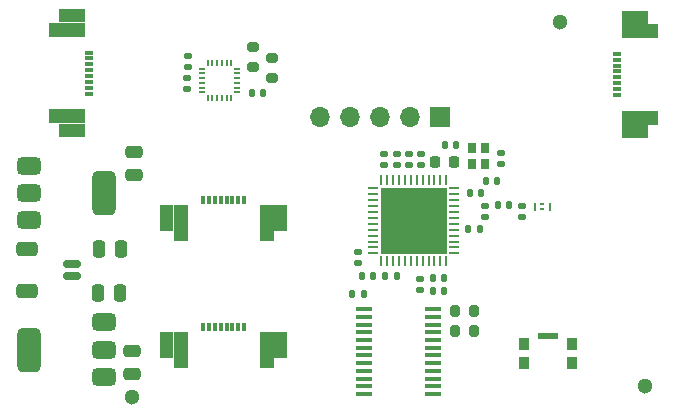
<source format=gbr>
%TF.GenerationSoftware,KiCad,Pcbnew,8.0.6*%
%TF.CreationDate,2024-11-26T20:51:27-05:00*%
%TF.ProjectId,pb_mobo_final,70625f6d-6f62-46f5-9f66-696e616c2e6b,rev?*%
%TF.SameCoordinates,Original*%
%TF.FileFunction,Soldermask,Top*%
%TF.FilePolarity,Negative*%
%FSLAX46Y46*%
G04 Gerber Fmt 4.6, Leading zero omitted, Abs format (unit mm)*
G04 Created by KiCad (PCBNEW 8.0.6) date 2024-11-26 20:51:27*
%MOMM*%
%LPD*%
G01*
G04 APERTURE LIST*
G04 Aperture macros list*
%AMRoundRect*
0 Rectangle with rounded corners*
0 $1 Rounding radius*
0 $2 $3 $4 $5 $6 $7 $8 $9 X,Y pos of 4 corners*
0 Add a 4 corners polygon primitive as box body*
4,1,4,$2,$3,$4,$5,$6,$7,$8,$9,$2,$3,0*
0 Add four circle primitives for the rounded corners*
1,1,$1+$1,$2,$3*
1,1,$1+$1,$4,$5*
1,1,$1+$1,$6,$7*
1,1,$1+$1,$8,$9*
0 Add four rect primitives between the rounded corners*
20,1,$1+$1,$2,$3,$4,$5,0*
20,1,$1+$1,$4,$5,$6,$7,0*
20,1,$1+$1,$6,$7,$8,$9,0*
20,1,$1+$1,$8,$9,$2,$3,0*%
G04 Aperture macros list end*
%ADD10C,0.000000*%
%ADD11C,1.300000*%
%ADD12RoundRect,0.050000X-0.050000X0.225000X-0.050000X-0.225000X0.050000X-0.225000X0.050000X0.225000X0*%
%ADD13RoundRect,0.050000X-0.225000X-0.050000X0.225000X-0.050000X0.225000X0.050000X-0.225000X0.050000X0*%
%ADD14RoundRect,0.250000X-0.250000X-0.475000X0.250000X-0.475000X0.250000X0.475000X-0.250000X0.475000X0*%
%ADD15RoundRect,0.140000X0.170000X-0.140000X0.170000X0.140000X-0.170000X0.140000X-0.170000X-0.140000X0*%
%ADD16RoundRect,0.140000X-0.170000X0.140000X-0.170000X-0.140000X0.170000X-0.140000X0.170000X0.140000X0*%
%ADD17RoundRect,0.140000X-0.140000X-0.170000X0.140000X-0.170000X0.140000X0.170000X-0.140000X0.170000X0*%
%ADD18RoundRect,0.375000X-0.625000X-0.375000X0.625000X-0.375000X0.625000X0.375000X-0.625000X0.375000X0*%
%ADD19RoundRect,0.500000X-0.500000X-1.400000X0.500000X-1.400000X0.500000X1.400000X-0.500000X1.400000X0*%
%ADD20R,1.700000X1.700000*%
%ADD21O,1.700000X1.700000*%
%ADD22RoundRect,0.200000X0.275000X-0.200000X0.275000X0.200000X-0.275000X0.200000X-0.275000X-0.200000X0*%
%ADD23R,3.049999X1.300000*%
%ADD24R,0.800000X0.300000*%
%ADD25R,0.300000X0.800000*%
%ADD26R,1.300000X3.049999*%
%ADD27RoundRect,0.150000X-0.625000X0.150000X-0.625000X-0.150000X0.625000X-0.150000X0.625000X0.150000X0*%
%ADD28RoundRect,0.250000X-0.650000X0.350000X-0.650000X-0.350000X0.650000X-0.350000X0.650000X0.350000X0*%
%ADD29RoundRect,0.200000X0.200000X0.275000X-0.200000X0.275000X-0.200000X-0.275000X0.200000X-0.275000X0*%
%ADD30RoundRect,0.225000X-0.225000X-0.250000X0.225000X-0.250000X0.225000X0.250000X-0.225000X0.250000X0*%
%ADD31R,0.900000X1.000000*%
%ADD32R,1.700000X0.550000*%
%ADD33RoundRect,0.140000X0.140000X0.170000X-0.140000X0.170000X-0.140000X-0.170000X0.140000X-0.170000X0*%
%ADD34RoundRect,0.135000X-0.135000X-0.185000X0.135000X-0.185000X0.135000X0.185000X-0.135000X0.185000X0*%
%ADD35RoundRect,0.062500X0.062500X-0.375000X0.062500X0.375000X-0.062500X0.375000X-0.062500X-0.375000X0*%
%ADD36RoundRect,0.062500X0.375000X-0.062500X0.375000X0.062500X-0.375000X0.062500X-0.375000X-0.062500X0*%
%ADD37R,5.600000X5.600000*%
%ADD38RoundRect,0.147500X-0.147500X-0.172500X0.147500X-0.172500X0.147500X0.172500X-0.147500X0.172500X0*%
%ADD39RoundRect,0.250000X0.475000X-0.250000X0.475000X0.250000X-0.475000X0.250000X-0.475000X-0.250000X0*%
%ADD40RoundRect,0.375000X0.625000X0.375000X-0.625000X0.375000X-0.625000X-0.375000X0.625000X-0.375000X0*%
%ADD41RoundRect,0.500000X0.500000X1.400000X-0.500000X1.400000X-0.500000X-1.400000X0.500000X-1.400000X0*%
%ADD42R,0.800000X0.900000*%
%ADD43R,0.457200X0.254000*%
%ADD44R,0.279400X0.711200*%
%ADD45RoundRect,0.135000X0.135000X0.185000X-0.135000X0.185000X-0.135000X-0.185000X0.135000X-0.185000X0*%
%ADD46RoundRect,0.250000X-0.475000X0.250000X-0.475000X-0.250000X0.475000X-0.250000X0.475000X0.250000X0*%
%ADD47R,1.473200X0.355600*%
G04 APERTURE END LIST*
D10*
%TO.C,J6*%
G36*
X162025000Y-77200003D02*
G01*
X159825000Y-77200003D01*
X159825000Y-76100003D01*
X162025000Y-76100003D01*
X162025000Y-77200003D01*
G37*
G36*
X162025000Y-67500003D02*
G01*
X159825000Y-67500003D01*
X159825000Y-66400003D01*
X162025000Y-66400003D01*
X162025000Y-67500003D01*
G37*
%TO.C,J4*%
G36*
X169500000Y-85175000D02*
G01*
X168400000Y-85175000D01*
X168400000Y-82975000D01*
X169500000Y-82975000D01*
X169500000Y-85175000D01*
G37*
G36*
X179200000Y-85175000D02*
G01*
X178100000Y-85175000D01*
X178100000Y-82975000D01*
X179200000Y-82975000D01*
X179200000Y-85175000D01*
G37*
%TO.C,J5*%
G36*
X209726070Y-77300000D02*
G01*
X207526070Y-77300000D01*
X207526070Y-76200000D01*
X209726070Y-76200000D01*
X209726070Y-77300000D01*
G37*
G36*
X209726070Y-67600000D02*
G01*
X207526070Y-67600000D01*
X207526070Y-66500000D01*
X209726070Y-66500000D01*
X209726070Y-67600000D01*
G37*
%TO.C,J3*%
G36*
X169500000Y-95900000D02*
G01*
X168400000Y-95900000D01*
X168400000Y-93700000D01*
X169500000Y-93700000D01*
X169500000Y-95900000D01*
G37*
G36*
X179200000Y-95900000D02*
G01*
X178100000Y-95900000D01*
X178100000Y-93700000D01*
X179200000Y-93700000D01*
X179200000Y-95900000D01*
G37*
%TD*%
D11*
%TO.C,REF\u002A\u002A*%
X166000000Y-99250000D03*
%TD*%
%TO.C,REF\u002A\u002A*%
X202250000Y-67500000D03*
%TD*%
%TO.C,REF\u002A\u002A*%
X209500000Y-98250000D03*
%TD*%
D12*
%TO.C,U6*%
X174443101Y-70913101D03*
X174043101Y-70913101D03*
X173643101Y-70913101D03*
X173243101Y-70913101D03*
X172843101Y-70913101D03*
X172443101Y-70913101D03*
D13*
X171943101Y-71413101D03*
X171943101Y-71813101D03*
X171943101Y-72213101D03*
X171943101Y-72613101D03*
X171943101Y-73013101D03*
X171943101Y-73413101D03*
D12*
X172443101Y-73913101D03*
X172843101Y-73913101D03*
X173243101Y-73913101D03*
X173643101Y-73913101D03*
X174043101Y-73913101D03*
X174443101Y-73913101D03*
D13*
X174943101Y-73413101D03*
X174943101Y-73013101D03*
X174943101Y-72613101D03*
X174943101Y-72213101D03*
X174943101Y-71813101D03*
X174943101Y-71413101D03*
%TD*%
D14*
%TO.C,C21*%
X163250000Y-86700000D03*
X165150000Y-86700000D03*
%TD*%
D15*
%TO.C,C5*%
X189500000Y-79580000D03*
X189500000Y-78620000D03*
%TD*%
D16*
%TO.C,C3*%
X190400000Y-89220000D03*
X190400000Y-90180000D03*
%TD*%
D17*
%TO.C,C13*%
X191520000Y-90200000D03*
X192480000Y-90200000D03*
%TD*%
D18*
%TO.C,U5*%
X157350000Y-79650000D03*
X157350000Y-81950000D03*
D19*
X163650000Y-81950000D03*
D18*
X157350000Y-84250000D03*
%TD*%
D20*
%TO.C,J1*%
X192100000Y-75500000D03*
D21*
X189560000Y-75500000D03*
X187020000Y-75500000D03*
X184480000Y-75500000D03*
X181940000Y-75500000D03*
%TD*%
D22*
%TO.C,R5*%
X176293101Y-71263101D03*
X176293101Y-69613101D03*
%TD*%
D17*
%TO.C,C12*%
X191520000Y-89130000D03*
X192480000Y-89130000D03*
%TD*%
D23*
%TO.C,J6*%
X160500000Y-75450000D03*
X160500000Y-68150006D03*
D24*
X162425000Y-73550007D03*
X162425000Y-73050006D03*
X162425000Y-72550007D03*
X162425000Y-72050008D03*
X162425000Y-71550006D03*
X162425000Y-71050007D03*
X162425000Y-70550006D03*
X162425000Y-70050007D03*
%TD*%
D25*
%TO.C,J4*%
X172050004Y-82575000D03*
X172550003Y-82575000D03*
X173050004Y-82575000D03*
X173550003Y-82575000D03*
X174050005Y-82575000D03*
X174550004Y-82575000D03*
X175050003Y-82575000D03*
X175550004Y-82575000D03*
D26*
X170150003Y-84500000D03*
X177449997Y-84500000D03*
%TD*%
D27*
%TO.C,J2*%
X161000000Y-87950000D03*
X161000000Y-88950000D03*
D28*
X157125000Y-86650000D03*
X157125000Y-90250000D03*
%TD*%
D15*
%TO.C,C9*%
X187400000Y-79580000D03*
X187400000Y-78620000D03*
%TD*%
%TO.C,C24*%
X170793101Y-71263101D03*
X170793101Y-70303101D03*
%TD*%
%TO.C,C6*%
X190500000Y-79560000D03*
X190500000Y-78600000D03*
%TD*%
D16*
%TO.C,C16*%
X199100000Y-83980000D03*
X199100000Y-83020000D03*
%TD*%
D29*
%TO.C,R2*%
X193375000Y-93600000D03*
X195025000Y-93600000D03*
%TD*%
D15*
%TO.C,C22*%
X170693101Y-73143101D03*
X170693101Y-72183101D03*
%TD*%
%TO.C,C10*%
X188500000Y-79580000D03*
X188500000Y-78620000D03*
%TD*%
D17*
%TO.C,C15*%
X194620000Y-81900000D03*
X195580000Y-81900000D03*
%TD*%
D30*
%TO.C,C11*%
X191725000Y-79300000D03*
X193275000Y-79300000D03*
%TD*%
D31*
%TO.C,SW2*%
X199200000Y-94700000D03*
X203300000Y-94700000D03*
X199200000Y-96300000D03*
X203300000Y-96300000D03*
D32*
X201250000Y-94075000D03*
%TD*%
D33*
%TO.C,C1*%
X193460000Y-77900000D03*
X192500000Y-77900000D03*
%TD*%
D15*
%TO.C,C2*%
X197300000Y-78520000D03*
X197300000Y-79480000D03*
%TD*%
%TO.C,C4*%
X185200000Y-87880000D03*
X185200000Y-86920000D03*
%TD*%
D29*
%TO.C,R1*%
X195025000Y-91900000D03*
X193375000Y-91900000D03*
%TD*%
D34*
%TO.C,R4*%
X187480000Y-89000000D03*
X188500000Y-89000000D03*
%TD*%
D17*
%TO.C,C14*%
X196020000Y-80900000D03*
X196980000Y-80900000D03*
%TD*%
D33*
%TO.C,C7*%
X186460000Y-89000000D03*
X185500000Y-89000000D03*
%TD*%
D35*
%TO.C,U1*%
X187150000Y-87737500D03*
X187650000Y-87737500D03*
X188150000Y-87737500D03*
X188650000Y-87737500D03*
X189150000Y-87737500D03*
X189650000Y-87737500D03*
X190150000Y-87737500D03*
X190650000Y-87737500D03*
X191150000Y-87737500D03*
X191650000Y-87737500D03*
X192150000Y-87737500D03*
X192650000Y-87737500D03*
D36*
X193337500Y-87050000D03*
X193337500Y-86550000D03*
X193337500Y-86050000D03*
X193337500Y-85550000D03*
X193337500Y-85050000D03*
X193337500Y-84550000D03*
X193337500Y-84050000D03*
X193337500Y-83550000D03*
X193337500Y-83050000D03*
X193337500Y-82550000D03*
X193337500Y-82050000D03*
X193337500Y-81550000D03*
D35*
X192650000Y-80862500D03*
X192150000Y-80862500D03*
X191650000Y-80862500D03*
X191150000Y-80862500D03*
X190650000Y-80862500D03*
X190150000Y-80862500D03*
X189650000Y-80862500D03*
X189150000Y-80862500D03*
X188650000Y-80862500D03*
X188150000Y-80862500D03*
X187650000Y-80862500D03*
X187150000Y-80862500D03*
D36*
X186462500Y-81550000D03*
X186462500Y-82050000D03*
X186462500Y-82550000D03*
X186462500Y-83050000D03*
X186462500Y-83550000D03*
X186462500Y-84050000D03*
X186462500Y-84550000D03*
X186462500Y-85050000D03*
X186462500Y-85550000D03*
X186462500Y-86050000D03*
X186462500Y-86550000D03*
X186462500Y-87050000D03*
D37*
X189900000Y-84300000D03*
%TD*%
D38*
%TO.C,L1*%
X197985000Y-83000000D03*
X197015000Y-83000000D03*
%TD*%
D39*
%TO.C,C20*%
X166200000Y-80400000D03*
X166200000Y-78500000D03*
%TD*%
D23*
%TO.C,J5*%
X209051070Y-68250003D03*
X209051070Y-75549997D03*
D24*
X207126070Y-70149996D03*
X207126070Y-70649997D03*
X207126070Y-71149996D03*
X207126070Y-71649995D03*
X207126070Y-72149997D03*
X207126070Y-72649996D03*
X207126070Y-73149997D03*
X207126070Y-73649996D03*
%TD*%
D17*
%TO.C,C8*%
X194520000Y-85000000D03*
X195480000Y-85000000D03*
%TD*%
D40*
%TO.C,U3*%
X163650000Y-97500000D03*
X163650000Y-95200000D03*
D41*
X157350000Y-95200000D03*
D40*
X163650000Y-92900000D03*
%TD*%
D42*
%TO.C,Y1*%
X195950000Y-78100000D03*
X195950000Y-79500000D03*
X194850000Y-79500000D03*
X194850000Y-78100000D03*
%TD*%
D16*
%TO.C,C17*%
X195900000Y-84000000D03*
X195900000Y-83040000D03*
%TD*%
D43*
%TO.C,U2*%
X200790400Y-83328600D03*
D44*
X201400000Y-83100000D03*
D43*
X200790400Y-82871400D03*
D44*
X200180800Y-83100000D03*
%TD*%
D45*
%TO.C,R3*%
X185710000Y-90500000D03*
X184690000Y-90500000D03*
%TD*%
D46*
%TO.C,C18*%
X166000000Y-97250000D03*
X166000000Y-95350000D03*
%TD*%
D17*
%TO.C,C23*%
X177173101Y-73463101D03*
X176213101Y-73463101D03*
%TD*%
D14*
%TO.C,C19*%
X163150000Y-90450000D03*
X165050000Y-90450000D03*
%TD*%
D22*
%TO.C,R6*%
X177893101Y-72188101D03*
X177893101Y-70538101D03*
%TD*%
D47*
%TO.C,U4*%
X185658000Y-91800000D03*
X185658000Y-92449999D03*
X185658000Y-93099997D03*
X185658000Y-93749998D03*
X185658000Y-94399997D03*
X185658000Y-95049998D03*
X185658000Y-95699997D03*
X185658000Y-96349998D03*
X185658000Y-96999997D03*
X185658000Y-97649998D03*
X185658000Y-98299997D03*
X185658000Y-98949998D03*
X191500000Y-98949998D03*
X191500000Y-98299999D03*
X191500000Y-97649998D03*
X191500000Y-97000000D03*
X191500000Y-96349998D03*
X191500000Y-95700000D03*
X191500000Y-95050001D03*
X191500000Y-94400000D03*
X191500000Y-93750001D03*
X191500000Y-93100000D03*
X191500000Y-92450001D03*
X191500000Y-91800000D03*
%TD*%
D25*
%TO.C,J3*%
X172050004Y-93300000D03*
X172550003Y-93300000D03*
X173050004Y-93300000D03*
X173550003Y-93300000D03*
X174050005Y-93300000D03*
X174550004Y-93300000D03*
X175050003Y-93300000D03*
X175550004Y-93300000D03*
D26*
X170150003Y-95225000D03*
X177449997Y-95225000D03*
%TD*%
M02*

</source>
